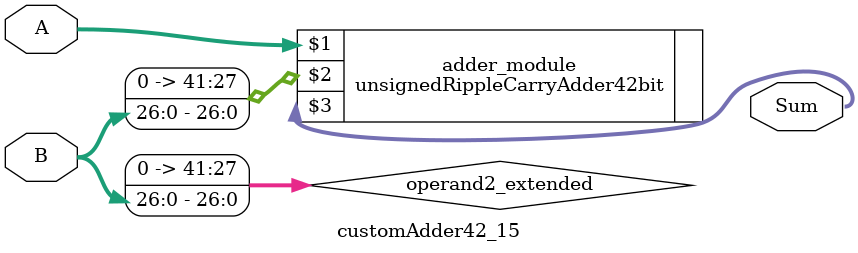
<source format=v>
module customAdder42_15(
                        input [41 : 0] A,
                        input [26 : 0] B,
                        
                        output [42 : 0] Sum
                );

        wire [41 : 0] operand2_extended;
        
        assign operand2_extended =  {15'b0, B};
        
        unsignedRippleCarryAdder42bit adder_module(
            A,
            operand2_extended,
            Sum
        );
        
        endmodule
        
</source>
